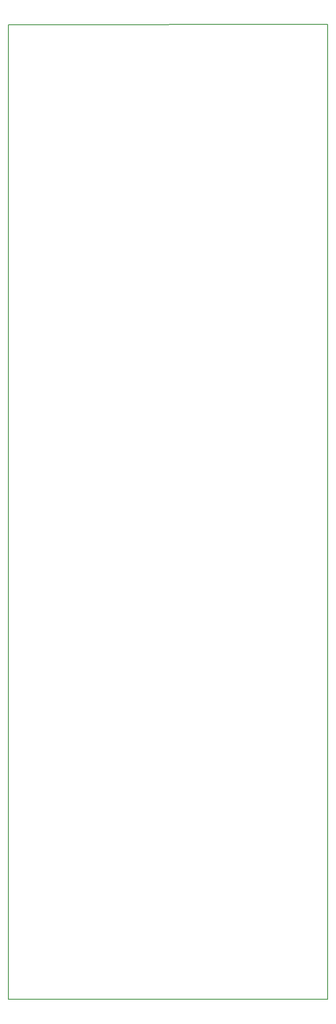
<source format=gbr>
G04 #@! TF.GenerationSoftware,KiCad,Pcbnew,5.1.5*
G04 #@! TF.CreationDate,2020-03-20T22:46:19-05:00*
G04 #@! TF.ProjectId,Reflow,5265666c-6f77-42e6-9b69-6361645f7063,rev?*
G04 #@! TF.SameCoordinates,Original*
G04 #@! TF.FileFunction,Profile,NP*
%FSLAX46Y46*%
G04 Gerber Fmt 4.6, Leading zero omitted, Abs format (unit mm)*
G04 Created by KiCad (PCBNEW 5.1.5) date 2020-03-20 22:46:19*
%MOMM*%
%LPD*%
G04 APERTURE LIST*
%ADD10C,0.150000*%
G04 APERTURE END LIST*
D10*
X166500000Y-247790000D02*
X230900000Y-247760000D01*
X166460000Y-51160000D02*
X166500000Y-247790000D01*
X230900000Y-51140000D02*
X166460000Y-51160000D01*
X230900000Y-247760000D02*
X230900000Y-51140000D01*
M02*

</source>
